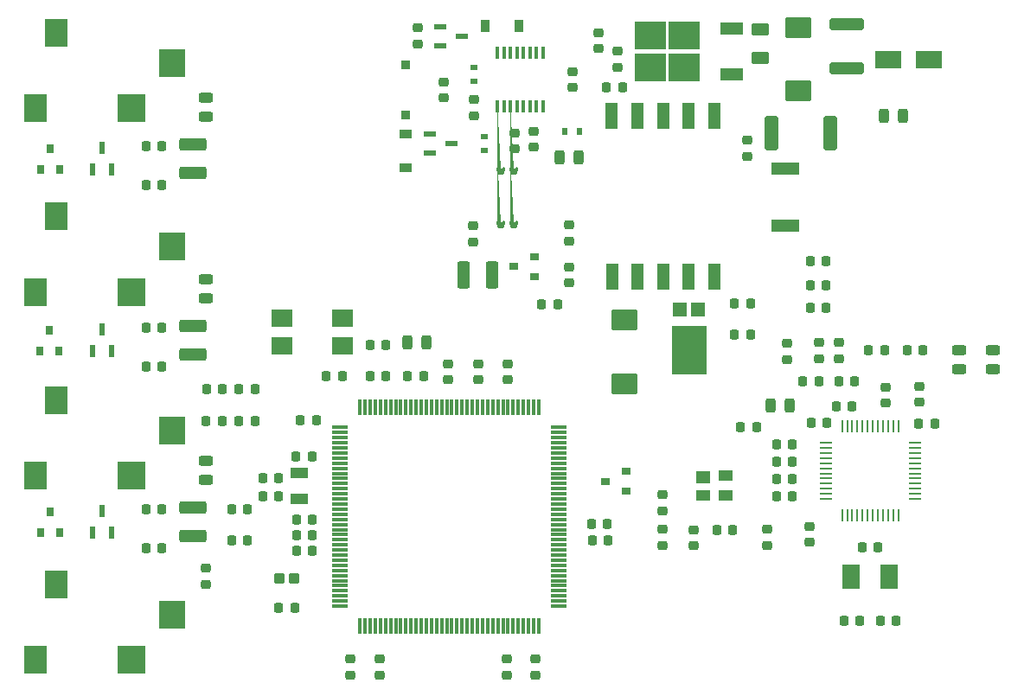
<source format=gbr>
%TF.GenerationSoftware,KiCad,Pcbnew,(6.0.9)*%
%TF.CreationDate,2022-11-17T17:06:12-06:00*%
%TF.ProjectId,IR2IP,49523249-502e-46b6-9963-61645f706362,rev?*%
%TF.SameCoordinates,PX55fe290PY8062360*%
%TF.FileFunction,Paste,Top*%
%TF.FilePolarity,Positive*%
%FSLAX46Y46*%
G04 Gerber Fmt 4.6, Leading zero omitted, Abs format (unit mm)*
G04 Created by KiCad (PCBNEW (6.0.9)) date 2022-11-17 17:06:12*
%MOMM*%
%LPD*%
G01*
G04 APERTURE LIST*
G04 Aperture macros list*
%AMRoundRect*
0 Rectangle with rounded corners*
0 $1 Rounding radius*
0 $2 $3 $4 $5 $6 $7 $8 $9 X,Y pos of 4 corners*
0 Add a 4 corners polygon primitive as box body*
4,1,4,$2,$3,$4,$5,$6,$7,$8,$9,$2,$3,0*
0 Add four circle primitives for the rounded corners*
1,1,$1+$1,$2,$3*
1,1,$1+$1,$4,$5*
1,1,$1+$1,$6,$7*
1,1,$1+$1,$8,$9*
0 Add four rect primitives between the rounded corners*
20,1,$1+$1,$2,$3,$4,$5,0*
20,1,$1+$1,$4,$5,$6,$7,0*
20,1,$1+$1,$6,$7,$8,$9,0*
20,1,$1+$1,$8,$9,$2,$3,0*%
%AMFreePoly0*
4,1,53,0.315063,0.245106,0.330902,0.245106,0.343716,0.235796,0.358779,0.230902,0.368089,0.218089,0.380902,0.208779,0.385796,0.193716,0.395106,0.180902,0.395106,0.165063,0.400000,0.150000,0.400000,-0.150000,0.380902,-0.208779,0.330902,-0.245106,0.300000,-0.245106,0.300000,-0.430000,0.295106,-0.445063,0.295106,-0.460902,0.285796,-0.473716,0.280902,-0.488779,0.268089,-0.498089,
0.258779,-0.510902,0.243716,-0.515796,0.230902,-0.525106,0.215063,-0.525106,0.200000,-0.530000,-0.200000,-0.530000,-0.215063,-0.525106,-0.230902,-0.525106,-0.243716,-0.515796,-0.258779,-0.510902,-0.268089,-0.498089,-0.280902,-0.488779,-0.285796,-0.473716,-0.295106,-0.460902,-0.295106,-0.445063,-0.300000,-0.430000,-0.300000,-0.245106,-0.330902,-0.245106,-0.380902,-0.208779,-0.400000,-0.150000,
-0.400000,0.150000,-0.395106,0.165063,-0.395106,0.180902,-0.385796,0.193716,-0.380902,0.208779,-0.368089,0.218089,-0.358779,0.230902,-0.343716,0.235796,-0.330902,0.245106,-0.315063,0.245106,-0.300000,0.250000,0.300000,0.250000,0.315063,0.245106,0.315063,0.245106,$1*%
G04 Aperture macros list end*
%ADD10R,2.500000X1.700000*%
%ADD11RoundRect,0.218750X-0.256250X0.218750X-0.256250X-0.218750X0.256250X-0.218750X0.256250X0.218750X0*%
%ADD12RoundRect,0.218750X-0.218750X-0.256250X0.218750X-0.256250X0.218750X0.256250X-0.218750X0.256250X0*%
%ADD13RoundRect,0.218750X0.218750X0.256250X-0.218750X0.256250X-0.218750X-0.256250X0.218750X-0.256250X0*%
%ADD14RoundRect,0.243750X0.243750X0.456250X-0.243750X0.456250X-0.243750X-0.456250X0.243750X-0.456250X0*%
%ADD15RoundRect,0.218750X0.256250X-0.218750X0.256250X0.218750X-0.256250X0.218750X-0.256250X-0.218750X0*%
%ADD16RoundRect,0.243750X-0.456250X0.243750X-0.456250X-0.243750X0.456250X-0.243750X0.456250X0.243750X0*%
%ADD17R,1.700000X2.400000*%
%ADD18R,0.250000X1.300000*%
%ADD19R,1.300000X0.250000*%
%ADD20R,0.900000X1.200000*%
%ADD21RoundRect,0.243750X-0.243750X-0.456250X0.243750X-0.456250X0.243750X0.456250X-0.243750X0.456250X0*%
%ADD22RoundRect,0.250000X1.450000X-0.312500X1.450000X0.312500X-1.450000X0.312500X-1.450000X-0.312500X0*%
%ADD23RoundRect,0.250000X-0.375000X-1.075000X0.375000X-1.075000X0.375000X1.075000X-0.375000X1.075000X0*%
%ADD24R,1.200000X0.900000*%
%ADD25R,0.700000X0.600000*%
%ADD26R,0.600000X0.700000*%
%ADD27R,1.300000X0.600000*%
%ADD28R,0.400000X1.200000*%
%ADD29R,0.950000X0.900000*%
%ADD30RoundRect,0.250000X-0.625000X0.375000X-0.625000X-0.375000X0.625000X-0.375000X0.625000X0.375000X0*%
%ADD31RoundRect,0.250000X-1.075000X0.375000X-1.075000X-0.375000X1.075000X-0.375000X1.075000X0.375000X0*%
%ADD32R,2.200000X2.800000*%
%ADD33R,2.800000X2.800000*%
%ADD34R,2.600000X2.800000*%
%ADD35R,0.900000X0.800000*%
%ADD36R,0.800000X0.900000*%
%ADD37RoundRect,0.243750X0.456250X-0.243750X0.456250X0.243750X-0.456250X0.243750X-0.456250X-0.243750X0*%
%ADD38R,0.300000X1.550000*%
%ADD39R,1.550000X0.300000*%
%ADD40R,2.100000X1.700000*%
%ADD41R,1.800000X1.000000*%
%ADD42R,2.823300X1.248300*%
%ADD43FreePoly0,180.000000*%
%ADD44FreePoly0,0.000000*%
%ADD45RoundRect,0.250000X0.425000X1.425000X-0.425000X1.425000X-0.425000X-1.425000X0.425000X-1.425000X0*%
%ADD46R,1.220000X2.540000*%
%ADD47R,3.360000X4.860000*%
%ADD48R,1.390000X1.400000*%
%ADD49R,1.400000X1.200000*%
%ADD50R,1.400000X1.000000*%
%ADD51RoundRect,0.250000X1.025000X-0.787500X1.025000X0.787500X-1.025000X0.787500X-1.025000X-0.787500X0*%
%ADD52RoundRect,0.250000X0.287500X0.275000X-0.287500X0.275000X-0.287500X-0.275000X0.287500X-0.275000X0*%
%ADD53R,3.050000X2.750000*%
%ADD54R,2.200000X1.200000*%
%ADD55R,0.600000X1.300000*%
G04 APERTURE END LIST*
D10*
%TO.C,D1*%
X89830000Y63100000D03*
X85830000Y63100000D03*
%TD*%
D11*
%TO.C,R7*%
X49330000Y55907500D03*
X49330000Y54332500D03*
%TD*%
D12*
%TO.C,C13*%
X85064500Y8128000D03*
X86639500Y8128000D03*
%TD*%
D11*
%TO.C,C15*%
X78200000Y17375500D03*
X78200000Y15800500D03*
%TD*%
D13*
%TO.C,C16*%
X72987500Y27100000D03*
X71412500Y27100000D03*
%TD*%
%TO.C,C18*%
X76487500Y20300000D03*
X74912500Y20300000D03*
%TD*%
%TO.C,C20*%
X76487500Y23700000D03*
X74912500Y23700000D03*
%TD*%
%TO.C,C21*%
X76487500Y25400000D03*
X74912500Y25400000D03*
%TD*%
D14*
%TO.C,FB1*%
X76237500Y29200000D03*
X74362500Y29200000D03*
%TD*%
D13*
%TO.C,R15*%
X84887500Y15300000D03*
X83312500Y15300000D03*
%TD*%
D12*
%TO.C,C17*%
X88824500Y27400000D03*
X90399500Y27400000D03*
%TD*%
D13*
%TO.C,C12*%
X83083500Y8128000D03*
X81508500Y8128000D03*
%TD*%
D15*
%TO.C,C26*%
X85598000Y29438500D03*
X85598000Y31013500D03*
%TD*%
D11*
%TO.C,C27*%
X88900000Y31087500D03*
X88900000Y29512500D03*
%TD*%
D12*
%TO.C,C28*%
X78212500Y43300000D03*
X79787500Y43300000D03*
%TD*%
D16*
%TO.C,R21*%
X96100000Y34637500D03*
X96100000Y32762500D03*
%TD*%
%TO.C,R22*%
X92800000Y34599500D03*
X92800000Y32724500D03*
%TD*%
D17*
%TO.C,Y1*%
X82250000Y12400000D03*
X85950000Y12400000D03*
%TD*%
D13*
%TO.C,C25*%
X82321500Y29100000D03*
X80746500Y29100000D03*
%TD*%
%TO.C,R23*%
X79787500Y41000000D03*
X78212500Y41000000D03*
%TD*%
D15*
%TO.C,C19*%
X76000000Y33712500D03*
X76000000Y35287500D03*
%TD*%
D18*
%TO.C,U4*%
X86850000Y27150000D03*
X86350000Y27150000D03*
X85850000Y27150000D03*
X85350000Y27150000D03*
X84850000Y27150000D03*
X84350000Y27150000D03*
X83850000Y27150000D03*
X83350000Y27150000D03*
X82850000Y27150000D03*
X82350000Y27150000D03*
X81850000Y27150000D03*
X81350000Y27150000D03*
D19*
X79750000Y25550000D03*
X79750000Y25050000D03*
X79750000Y24550000D03*
X79750000Y24050000D03*
X79750000Y23550000D03*
X79750000Y23050000D03*
X79750000Y22550000D03*
X79750000Y22050000D03*
X79750000Y21550000D03*
X79750000Y21050000D03*
X79750000Y20550000D03*
X79750000Y20050000D03*
D18*
X81350000Y18450000D03*
X81850000Y18450000D03*
X82350000Y18450000D03*
X82850000Y18450000D03*
X83350000Y18450000D03*
X83850000Y18450000D03*
X84350000Y18450000D03*
X84850000Y18450000D03*
X85350000Y18450000D03*
X85850000Y18450000D03*
X86350000Y18450000D03*
X86850000Y18450000D03*
D19*
X88450000Y20050000D03*
X88450000Y20550000D03*
X88450000Y21050000D03*
X88450000Y21550000D03*
X88450000Y22050000D03*
X88450000Y22550000D03*
X88450000Y23050000D03*
X88450000Y23550000D03*
X88450000Y24050000D03*
X88450000Y24550000D03*
X88450000Y25050000D03*
X88450000Y25550000D03*
%TD*%
D13*
%TO.C,R18*%
X89287500Y34600000D03*
X87712500Y34600000D03*
%TD*%
%TO.C,R19*%
X79087500Y31600000D03*
X77512500Y31600000D03*
%TD*%
D11*
%TO.C,C24*%
X81000000Y35387500D03*
X81000000Y33812500D03*
%TD*%
D12*
%TO.C,R20*%
X83912500Y34600000D03*
X85487500Y34600000D03*
%TD*%
%TO.C,R17*%
X81012500Y31600000D03*
X82587500Y31600000D03*
%TD*%
D11*
%TO.C,C23*%
X79100000Y35387500D03*
X79100000Y33812500D03*
%TD*%
D13*
%TO.C,C14*%
X76487500Y22000000D03*
X74912500Y22000000D03*
%TD*%
%TO.C,R16*%
X79887500Y27500000D03*
X78312500Y27500000D03*
%TD*%
D12*
%TO.C,C22*%
X78212500Y38800000D03*
X79787500Y38800000D03*
%TD*%
D20*
%TO.C,D2*%
X49750000Y66400000D03*
X46450000Y66400000D03*
%TD*%
D21*
%TO.C,C1*%
X85462500Y57600000D03*
X87337500Y57600000D03*
%TD*%
D22*
%TO.C,C2*%
X81830000Y62232500D03*
X81830000Y66507500D03*
%TD*%
D11*
%TO.C,C4*%
X51110000Y56050000D03*
X51110000Y54475000D03*
%TD*%
D21*
%TO.C,C5*%
X53650500Y53510000D03*
X55525500Y53510000D03*
%TD*%
D11*
%TO.C,C6*%
X72080000Y55157500D03*
X72080000Y53582500D03*
%TD*%
%TO.C,C8*%
X54650000Y46885000D03*
X54650000Y45310000D03*
%TD*%
D13*
%TO.C,C9*%
X72367500Y36120000D03*
X70792500Y36120000D03*
%TD*%
D23*
%TO.C,C10*%
X44300000Y42000000D03*
X47100000Y42000000D03*
%TD*%
D24*
%TO.C,D3*%
X38580000Y55770000D03*
X38580000Y52470000D03*
%TD*%
D25*
%TO.C,D4*%
X45330000Y60920000D03*
X45330000Y62320000D03*
%TD*%
%TO.C,D5*%
X46330000Y54170000D03*
X46330000Y55570000D03*
%TD*%
D26*
%TO.C,D6*%
X54220000Y56050000D03*
X55620000Y56050000D03*
%TD*%
D27*
%TO.C,Q1*%
X42040000Y66300000D03*
X42040000Y64400000D03*
X44140000Y65350000D03*
%TD*%
D11*
%TO.C,R1*%
X45330000Y59157500D03*
X45330000Y57582500D03*
%TD*%
D15*
%TO.C,R2*%
X39830000Y64582500D03*
X39830000Y66157500D03*
%TD*%
%TO.C,R3*%
X54920000Y60342500D03*
X54920000Y61917500D03*
%TD*%
D11*
%TO.C,R4*%
X42330000Y60907500D03*
X42330000Y59332500D03*
%TD*%
D15*
%TO.C,R5*%
X59330000Y62332500D03*
X59330000Y63907500D03*
%TD*%
D11*
%TO.C,R6*%
X57460000Y65727500D03*
X57460000Y64152500D03*
%TD*%
D15*
%TO.C,R13*%
X54650000Y41195000D03*
X54650000Y42770000D03*
%TD*%
D12*
%TO.C,R14*%
X51912500Y39100000D03*
X53487500Y39100000D03*
%TD*%
D28*
%TO.C,U1*%
X47617500Y58530000D03*
X48252500Y58530000D03*
X48887500Y58530000D03*
X49522500Y58530000D03*
X50157500Y58530000D03*
X50792500Y58530000D03*
X51427500Y58530000D03*
X52062500Y58530000D03*
X52062500Y63730000D03*
X51427500Y63730000D03*
X50792500Y63730000D03*
X50157500Y63730000D03*
X49522500Y63730000D03*
X48887500Y63730000D03*
X48252500Y63730000D03*
X47617500Y63730000D03*
%TD*%
D29*
%TO.C,Z1*%
X38580000Y57645000D03*
X38580000Y62595000D03*
%TD*%
D27*
%TO.C,Q2*%
X41030000Y55820000D03*
X41030000Y53920000D03*
X43130000Y54870000D03*
%TD*%
D30*
%TO.C,R9*%
X73330000Y66020000D03*
X73330000Y63220000D03*
%TD*%
D12*
%TO.C,C29*%
X69062500Y17018000D03*
X70637500Y17018000D03*
%TD*%
D15*
%TO.C,C32*%
X48600000Y31712500D03*
X48600000Y33287500D03*
%TD*%
D13*
%TO.C,C34*%
X29467500Y24220000D03*
X27892500Y24220000D03*
%TD*%
D12*
%TO.C,C37*%
X38812500Y32100000D03*
X40387500Y32100000D03*
%TD*%
%TO.C,C39*%
X56870500Y16002000D03*
X58445500Y16002000D03*
%TD*%
D13*
%TO.C,C40*%
X36687500Y35100000D03*
X35112500Y35100000D03*
%TD*%
D11*
%TO.C,C43*%
X48500000Y4387500D03*
X48500000Y2812500D03*
%TD*%
%TO.C,C44*%
X42800000Y33287500D03*
X42800000Y31712500D03*
%TD*%
D13*
%TO.C,C46*%
X29489500Y16510000D03*
X27914500Y16510000D03*
%TD*%
D11*
%TO.C,C47*%
X51300000Y4387500D03*
X51300000Y2812500D03*
%TD*%
D12*
%TO.C,C48*%
X56812500Y17600000D03*
X58387500Y17600000D03*
%TD*%
D13*
%TO.C,C49*%
X23167500Y16020000D03*
X21592500Y16020000D03*
%TD*%
D12*
%TO.C,C50*%
X35112500Y32100000D03*
X36687500Y32100000D03*
%TD*%
D13*
%TO.C,C52*%
X26187500Y20320000D03*
X24612500Y20320000D03*
%TD*%
%TO.C,C53*%
X26187500Y22098000D03*
X24612500Y22098000D03*
%TD*%
D31*
%TO.C,C54*%
X17780000Y54740000D03*
X17780000Y51940000D03*
%TD*%
%TO.C,C55*%
X17780000Y36960000D03*
X17780000Y34160000D03*
%TD*%
%TO.C,C56*%
X17780000Y19180000D03*
X17780000Y16380000D03*
%TD*%
D14*
%TO.C,FB2*%
X40637500Y35400000D03*
X38762500Y35400000D03*
%TD*%
D32*
%TO.C,J3*%
X2400000Y58300000D03*
D33*
X11800000Y58300000D03*
D32*
X4400000Y65700000D03*
D34*
X15800000Y62750000D03*
%TD*%
D32*
%TO.C,J4*%
X2400000Y40300000D03*
D33*
X11800000Y40300000D03*
D32*
X4400000Y47700000D03*
D34*
X15800000Y44750000D03*
%TD*%
D32*
%TO.C,J5*%
X2400000Y22300000D03*
D33*
X11800000Y22300000D03*
D32*
X4400000Y29700000D03*
D34*
X15800000Y26750000D03*
%TD*%
D32*
%TO.C,J6*%
X2400000Y4300000D03*
D33*
X11800000Y4300000D03*
D32*
X4400000Y11700000D03*
D34*
X15800000Y8750000D03*
%TD*%
D35*
%TO.C,Q4*%
X60220000Y20824000D03*
X60220000Y22724000D03*
X58220000Y21774000D03*
%TD*%
D36*
%TO.C,Q8*%
X2850000Y52340000D03*
X4750000Y52340000D03*
X3800000Y54340000D03*
%TD*%
%TO.C,Q9*%
X2800000Y34560000D03*
X4700000Y34560000D03*
X3750000Y36560000D03*
%TD*%
%TO.C,Q10*%
X2860000Y16780000D03*
X4760000Y16780000D03*
X3810000Y18780000D03*
%TD*%
D12*
%TO.C,R24*%
X21564500Y19050000D03*
X23139500Y19050000D03*
%TD*%
D13*
%TO.C,R26*%
X23887500Y30800000D03*
X22312500Y30800000D03*
%TD*%
%TO.C,R27*%
X23887500Y27700000D03*
X22312500Y27700000D03*
%TD*%
D15*
%TO.C,R28*%
X66802000Y15468500D03*
X66802000Y17043500D03*
%TD*%
D11*
%TO.C,R29*%
X74000000Y17087500D03*
X74000000Y15512500D03*
%TD*%
%TO.C,R30*%
X63800000Y17075500D03*
X63800000Y15500500D03*
%TD*%
D15*
%TO.C,R31*%
X63800000Y18912500D03*
X63800000Y20487500D03*
%TD*%
D13*
%TO.C,R32*%
X14757500Y50800000D03*
X13182500Y50800000D03*
%TD*%
%TO.C,R33*%
X14757500Y33020000D03*
X13182500Y33020000D03*
%TD*%
%TO.C,R34*%
X14757500Y15240000D03*
X13182500Y15240000D03*
%TD*%
%TO.C,R35*%
X14757500Y54610000D03*
X13182500Y54610000D03*
%TD*%
%TO.C,R36*%
X14757500Y36830000D03*
X13182500Y36830000D03*
%TD*%
%TO.C,R37*%
X14757500Y19050000D03*
X13182500Y19050000D03*
%TD*%
D37*
%TO.C,R38*%
X19050000Y57482500D03*
X19050000Y59357500D03*
%TD*%
%TO.C,R40*%
X19050000Y21922500D03*
X19050000Y23797500D03*
%TD*%
D11*
%TO.C,R41*%
X19050000Y13287500D03*
X19050000Y11712500D03*
%TD*%
D38*
%TO.C,U5*%
X51650000Y29000000D03*
X51150000Y29000000D03*
X50650000Y29000000D03*
X50150000Y29000000D03*
X49650000Y29000000D03*
X49150000Y29000000D03*
X48650000Y29000000D03*
X48150000Y29000000D03*
X47650000Y29000000D03*
X47150000Y29000000D03*
X46650000Y29000000D03*
X46150000Y29000000D03*
X45650000Y29000000D03*
X45150000Y29000000D03*
X44650000Y29000000D03*
X44150000Y29000000D03*
X43650000Y29000000D03*
X43150000Y29000000D03*
X42650000Y29000000D03*
X42150000Y29000000D03*
X41650000Y29000000D03*
X41150000Y29000000D03*
X40650000Y29000000D03*
X40150000Y29000000D03*
X39650000Y29000000D03*
X39150000Y29000000D03*
X38650000Y29000000D03*
X38150000Y29000000D03*
X37650000Y29000000D03*
X37150000Y29000000D03*
X36650000Y29000000D03*
X36150000Y29000000D03*
X35650000Y29000000D03*
X35150000Y29000000D03*
X34650000Y29000000D03*
X34150000Y29000000D03*
D39*
X32200000Y27050000D03*
X32200000Y26550000D03*
X32200000Y26050000D03*
X32200000Y25550000D03*
X32200000Y25050000D03*
X32200000Y24550000D03*
X32200000Y24050000D03*
X32200000Y23550000D03*
X32200000Y23050000D03*
X32200000Y22550000D03*
X32200000Y22050000D03*
X32200000Y21550000D03*
X32200000Y21050000D03*
X32200000Y20550000D03*
X32200000Y20050000D03*
X32200000Y19550000D03*
X32200000Y19050000D03*
X32200000Y18550000D03*
X32200000Y18050000D03*
X32200000Y17550000D03*
X32200000Y17050000D03*
X32200000Y16550000D03*
X32200000Y16050000D03*
X32200000Y15550000D03*
X32200000Y15050000D03*
X32200000Y14550000D03*
X32200000Y14050000D03*
X32200000Y13550000D03*
X32200000Y13050000D03*
X32200000Y12550000D03*
X32200000Y12050000D03*
X32200000Y11550000D03*
X32200000Y11050000D03*
X32200000Y10550000D03*
X32200000Y10050000D03*
X32200000Y9550000D03*
D38*
X34150000Y7600000D03*
X34650000Y7600000D03*
X35150000Y7600000D03*
X35650000Y7600000D03*
X36150000Y7600000D03*
X36650000Y7600000D03*
X37150000Y7600000D03*
X37650000Y7600000D03*
X38150000Y7600000D03*
X38650000Y7600000D03*
X39150000Y7600000D03*
X39650000Y7600000D03*
X40150000Y7600000D03*
X40650000Y7600000D03*
X41150000Y7600000D03*
X41650000Y7600000D03*
X42150000Y7600000D03*
X42650000Y7600000D03*
X43150000Y7600000D03*
X43650000Y7600000D03*
X44150000Y7600000D03*
X44650000Y7600000D03*
X45150000Y7600000D03*
X45650000Y7600000D03*
X46150000Y7600000D03*
X46650000Y7600000D03*
X47150000Y7600000D03*
X47650000Y7600000D03*
X48150000Y7600000D03*
X48650000Y7600000D03*
X49150000Y7600000D03*
X49650000Y7600000D03*
X50150000Y7600000D03*
X50650000Y7600000D03*
X51150000Y7600000D03*
X51650000Y7600000D03*
D39*
X53600000Y9550000D03*
X53600000Y10050000D03*
X53600000Y10550000D03*
X53600000Y11050000D03*
X53600000Y11550000D03*
X53600000Y12050000D03*
X53600000Y12550000D03*
X53600000Y13050000D03*
X53600000Y13550000D03*
X53600000Y14050000D03*
X53600000Y14550000D03*
X53600000Y15050000D03*
X53600000Y15550000D03*
X53600000Y16050000D03*
X53600000Y16550000D03*
X53600000Y17050000D03*
X53600000Y17550000D03*
X53600000Y18050000D03*
X53600000Y18550000D03*
X53600000Y19050000D03*
X53600000Y19550000D03*
X53600000Y20050000D03*
X53600000Y20550000D03*
X53600000Y21050000D03*
X53600000Y21550000D03*
X53600000Y22050000D03*
X53600000Y22550000D03*
X53600000Y23050000D03*
X53600000Y23550000D03*
X53600000Y24050000D03*
X53600000Y24550000D03*
X53600000Y25050000D03*
X53600000Y25550000D03*
X53600000Y26050000D03*
X53600000Y26550000D03*
X53600000Y27050000D03*
%TD*%
D40*
%TO.C,Y2*%
X32450000Y37750000D03*
X26550000Y37750000D03*
X26550000Y35050000D03*
X32450000Y35050000D03*
%TD*%
D41*
%TO.C,Y3*%
X28230000Y20070000D03*
X28230000Y22570000D03*
%TD*%
D13*
%TO.C,C51*%
X32399500Y32100000D03*
X30824500Y32100000D03*
%TD*%
D15*
%TO.C,C31*%
X45700000Y31712500D03*
X45700000Y33287500D03*
%TD*%
D13*
%TO.C,C33*%
X29887500Y27800000D03*
X28312500Y27800000D03*
%TD*%
%TO.C,C35*%
X29489500Y18034000D03*
X27914500Y18034000D03*
%TD*%
%TO.C,C38*%
X27787500Y9400000D03*
X26212500Y9400000D03*
%TD*%
%TO.C,C36*%
X29489500Y14986000D03*
X27914500Y14986000D03*
%TD*%
D12*
%TO.C,R25*%
X19100500Y27700000D03*
X20675500Y27700000D03*
%TD*%
%TO.C,C41*%
X19112500Y30800000D03*
X20687500Y30800000D03*
%TD*%
D11*
%TO.C,C42*%
X33200000Y4387500D03*
X33200000Y2812500D03*
%TD*%
%TO.C,C45*%
X36100000Y4387500D03*
X36100000Y2812500D03*
%TD*%
D35*
%TO.C,U3*%
X51200000Y41850000D03*
X51200000Y43750000D03*
X49200000Y42800000D03*
%TD*%
D37*
%TO.C,R39*%
X19050000Y39702500D03*
X19050000Y41577500D03*
%TD*%
D42*
%TO.C,C7*%
X75830000Y46852000D03*
X75830000Y52388000D03*
%TD*%
D43*
%TO.C,U2*%
X47935000Y47100000D03*
X49205000Y47100000D03*
D44*
X49205000Y52300000D03*
X47935000Y52300000D03*
%TD*%
D45*
%TO.C,R8*%
X80230000Y55870000D03*
X74430000Y55870000D03*
%TD*%
D12*
%TO.C,R10*%
X58274500Y60370000D03*
X59849500Y60370000D03*
%TD*%
D46*
%TO.C,T1*%
X58810000Y57580000D03*
X61310000Y57580000D03*
X63810000Y57580000D03*
X66310000Y57580000D03*
X68810000Y57580000D03*
X68810000Y41820000D03*
X66310000Y41820000D03*
X63810000Y41820000D03*
X61310000Y41820000D03*
X58860000Y41820000D03*
%TD*%
D47*
%TO.C,D7*%
X66350000Y34610000D03*
D48*
X67270000Y38592000D03*
X65430000Y38592000D03*
%TD*%
D49*
%TO.C,U6*%
X67730000Y22140000D03*
D50*
X67730000Y20420000D03*
X69930000Y20420000D03*
X69930000Y22320000D03*
%TD*%
D11*
%TO.C,R11*%
X45200000Y46787500D03*
X45200000Y45212500D03*
%TD*%
D51*
%TO.C,C3*%
X77080000Y60007500D03*
X77080000Y66232500D03*
%TD*%
%TO.C,C11*%
X60000000Y31347500D03*
X60000000Y37572500D03*
%TD*%
D52*
%TO.C,C30*%
X27712500Y12300000D03*
X26287500Y12300000D03*
%TD*%
D53*
%TO.C,Q3*%
X65905000Y65395000D03*
X65905000Y62345000D03*
X62555000Y62345000D03*
X62555000Y65395000D03*
D54*
X70530000Y61590000D03*
X70530000Y66150000D03*
%TD*%
D55*
%TO.C,Q5*%
X7940000Y52290000D03*
X9840000Y52290000D03*
X8890000Y54390000D03*
%TD*%
%TO.C,Q6*%
X7940000Y34510000D03*
X9840000Y34510000D03*
X8890000Y36610000D03*
%TD*%
%TO.C,Q7*%
X7940000Y16730000D03*
X9840000Y16730000D03*
X8890000Y18830000D03*
%TD*%
D12*
%TO.C,R12*%
X70792500Y39207500D03*
X72367500Y39207500D03*
%TD*%
M02*

</source>
